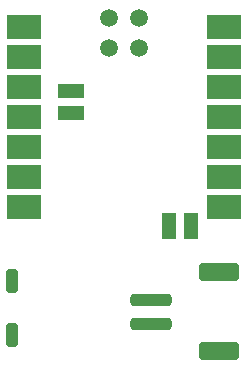
<source format=gbr>
%TF.GenerationSoftware,KiCad,Pcbnew,8.0.3*%
%TF.CreationDate,2024-07-16T20:28:35-05:00*%
%TF.ProjectId,XiaoSensePcb,5869616f-5365-46e7-9365-5063622e6b69,rev?*%
%TF.SameCoordinates,Original*%
%TF.FileFunction,Soldermask,Top*%
%TF.FilePolarity,Negative*%
%FSLAX46Y46*%
G04 Gerber Fmt 4.6, Leading zero omitted, Abs format (unit mm)*
G04 Created by KiCad (PCBNEW 8.0.3) date 2024-07-16 20:28:35*
%MOMM*%
%LPD*%
G01*
G04 APERTURE LIST*
G04 Aperture macros list*
%AMRoundRect*
0 Rectangle with rounded corners*
0 $1 Rounding radius*
0 $2 $3 $4 $5 $6 $7 $8 $9 X,Y pos of 4 corners*
0 Add a 4 corners polygon primitive as box body*
4,1,4,$2,$3,$4,$5,$6,$7,$8,$9,$2,$3,0*
0 Add four circle primitives for the rounded corners*
1,1,$1+$1,$2,$3*
1,1,$1+$1,$4,$5*
1,1,$1+$1,$6,$7*
1,1,$1+$1,$8,$9*
0 Add four rect primitives between the rounded corners*
20,1,$1+$1,$2,$3,$4,$5,0*
20,1,$1+$1,$4,$5,$6,$7,0*
20,1,$1+$1,$6,$7,$8,$9,0*
20,1,$1+$1,$8,$9,$2,$3,0*%
G04 Aperture macros list end*
%ADD10R,3.000000X2.000000*%
%ADD11C,1.500000*%
%ADD12R,1.300000X2.300000*%
%ADD13R,2.300000X1.300000*%
%ADD14RoundRect,0.250001X1.449999X-0.499999X1.449999X0.499999X-1.449999X0.499999X-1.449999X-0.499999X0*%
%ADD15RoundRect,0.250000X1.500000X-0.250000X1.500000X0.250000X-1.500000X0.250000X-1.500000X-0.250000X0*%
%ADD16RoundRect,0.250000X-0.250000X-0.750000X0.250000X-0.750000X0.250000X0.750000X-0.250000X0.750000X0*%
G04 APERTURE END LIST*
D10*
%TO.C,U1*%
X89500000Y-84380000D03*
X89500000Y-86920000D03*
X89500000Y-89460000D03*
X89500000Y-92000000D03*
X89500000Y-94540000D03*
X89500000Y-97080000D03*
X89500000Y-99620000D03*
X106500000Y-99620000D03*
X106500000Y-97080000D03*
X106500000Y-94540000D03*
X106500000Y-92000000D03*
X106500000Y-89460000D03*
X106500000Y-86920000D03*
X106500000Y-84380000D03*
D11*
X96730000Y-83610000D03*
X99270000Y-83610000D03*
X96730000Y-86150000D03*
X99270000Y-86150000D03*
D12*
X101800000Y-101250000D03*
X103700000Y-101250000D03*
D13*
X93500000Y-89800000D03*
X93500000Y-91700000D03*
%TD*%
D14*
%TO.C,J1*%
X106000000Y-105150000D03*
X106000000Y-111850000D03*
D15*
X100250000Y-107500000D03*
X100250000Y-109500000D03*
%TD*%
D16*
%TO.C,Bat+*%
X88500000Y-105890000D03*
%TD*%
%TO.C,Bat-*%
X88500000Y-110500000D03*
%TD*%
M02*

</source>
